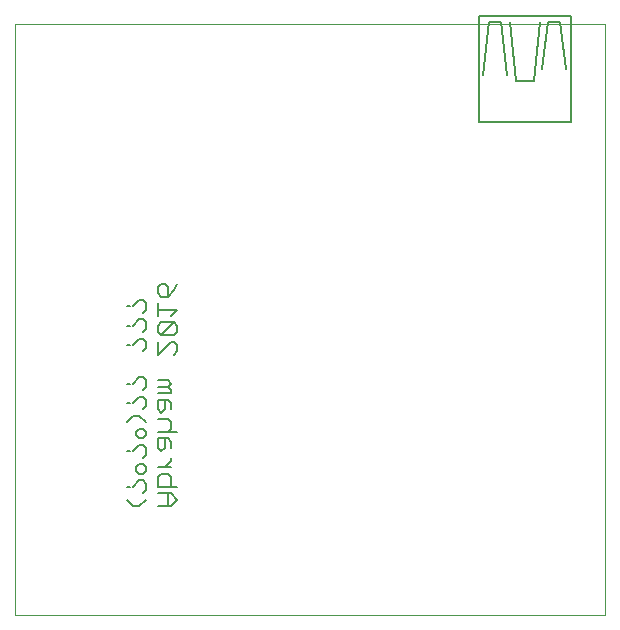
<source format=gbo>
G75*
%MOIN*%
%OFA0B0*%
%FSLAX25Y25*%
%IPPOS*%
%LPD*%
%AMOC8*
5,1,8,0,0,1.08239X$1,22.5*
%
%ADD10C,0.00000*%
%ADD11C,0.00600*%
%ADD12C,0.00500*%
D10*
X0001800Y0001800D02*
X0001800Y0198650D01*
X0198650Y0198650D01*
X0198650Y0001800D01*
X0001800Y0001800D01*
D11*
X0039100Y0040235D02*
X0041235Y0038100D01*
X0043370Y0038100D01*
X0045505Y0040235D01*
X0044438Y0042397D02*
X0045505Y0043465D01*
X0045505Y0045600D01*
X0044438Y0046667D01*
X0043370Y0046667D01*
X0041235Y0044532D01*
X0040168Y0044532D02*
X0039100Y0044532D01*
X0043370Y0048842D02*
X0044438Y0048842D01*
X0045505Y0049910D01*
X0045505Y0050978D01*
X0044438Y0052045D01*
X0043370Y0052045D01*
X0042303Y0050978D01*
X0042303Y0049910D01*
X0043370Y0048842D01*
X0044438Y0054214D02*
X0045505Y0055281D01*
X0045505Y0057416D01*
X0044438Y0058484D01*
X0043370Y0058484D01*
X0041235Y0056349D01*
X0040168Y0056349D02*
X0039100Y0056349D01*
X0043370Y0060659D02*
X0044438Y0060659D01*
X0045505Y0061727D01*
X0045505Y0062794D01*
X0044438Y0063862D01*
X0043370Y0063862D01*
X0042303Y0062794D01*
X0042303Y0061727D01*
X0043370Y0060659D01*
X0045505Y0066030D02*
X0043370Y0068166D01*
X0041235Y0068166D01*
X0039100Y0066030D01*
X0044438Y0070327D02*
X0045505Y0071395D01*
X0045505Y0073530D01*
X0044438Y0074598D01*
X0043370Y0074598D01*
X0041235Y0072463D01*
X0040168Y0072463D02*
X0039100Y0072463D01*
X0044438Y0076773D02*
X0045505Y0077841D01*
X0045505Y0079976D01*
X0044438Y0081043D01*
X0043370Y0081043D01*
X0041235Y0078908D01*
X0040168Y0078908D02*
X0039100Y0078908D01*
X0049600Y0079969D02*
X0052803Y0079969D01*
X0053870Y0078901D01*
X0052803Y0077834D01*
X0049600Y0077834D01*
X0049600Y0075699D02*
X0053870Y0075699D01*
X0053870Y0076766D01*
X0052803Y0077834D01*
X0052803Y0073524D02*
X0049600Y0073524D01*
X0049600Y0070321D01*
X0050668Y0069253D01*
X0051735Y0070321D01*
X0051735Y0073524D01*
X0052803Y0073524D02*
X0053870Y0072456D01*
X0053870Y0070321D01*
X0052803Y0067078D02*
X0049600Y0067078D01*
X0052803Y0067078D02*
X0053870Y0066010D01*
X0053870Y0063875D01*
X0052803Y0062808D01*
X0052803Y0060633D02*
X0049600Y0060633D01*
X0049600Y0057430D01*
X0050668Y0056362D01*
X0051735Y0057430D01*
X0051735Y0060633D01*
X0052803Y0060633D02*
X0053870Y0059565D01*
X0053870Y0057430D01*
X0053870Y0054194D02*
X0053870Y0053126D01*
X0051735Y0050991D01*
X0049600Y0050991D02*
X0053870Y0050991D01*
X0052803Y0048816D02*
X0053870Y0047748D01*
X0053870Y0044545D01*
X0056005Y0044545D02*
X0049600Y0044545D01*
X0049600Y0047748D01*
X0050668Y0048816D01*
X0052803Y0048816D01*
X0052803Y0042370D02*
X0052803Y0038100D01*
X0053870Y0038100D02*
X0049600Y0038100D01*
X0049600Y0042370D02*
X0053870Y0042370D01*
X0056005Y0040235D01*
X0053870Y0038100D01*
X0056005Y0062808D02*
X0049600Y0062808D01*
X0049600Y0088590D02*
X0053870Y0092860D01*
X0054938Y0092860D01*
X0056005Y0091792D01*
X0056005Y0089657D01*
X0054938Y0088590D01*
X0049600Y0088590D02*
X0049600Y0092860D01*
X0050668Y0095035D02*
X0054938Y0099306D01*
X0050668Y0099306D01*
X0049600Y0098238D01*
X0049600Y0096103D01*
X0050668Y0095035D01*
X0054938Y0095035D01*
X0056005Y0096103D01*
X0056005Y0098238D01*
X0054938Y0099306D01*
X0053870Y0101481D02*
X0056005Y0103616D01*
X0049600Y0103616D01*
X0049600Y0101481D02*
X0049600Y0105751D01*
X0050668Y0107926D02*
X0049600Y0108994D01*
X0049600Y0111129D01*
X0050668Y0112197D01*
X0051735Y0112197D01*
X0052803Y0111129D01*
X0052803Y0107926D01*
X0050668Y0107926D01*
X0052803Y0107926D02*
X0054938Y0110061D01*
X0056005Y0112197D01*
X0045505Y0105758D02*
X0045505Y0103623D01*
X0044438Y0102555D01*
X0044438Y0100380D02*
X0043370Y0100380D01*
X0041235Y0098245D01*
X0040168Y0098245D02*
X0039100Y0098245D01*
X0044438Y0100380D02*
X0045505Y0099312D01*
X0045505Y0097177D01*
X0044438Y0096109D01*
X0044438Y0093934D02*
X0043370Y0093934D01*
X0041235Y0091799D01*
X0040168Y0091799D02*
X0039100Y0091799D01*
X0044438Y0089664D02*
X0045505Y0090732D01*
X0045505Y0092867D01*
X0044438Y0093934D01*
X0041235Y0104690D02*
X0043370Y0106825D01*
X0044438Y0106825D01*
X0045505Y0105758D01*
X0040168Y0104690D02*
X0039100Y0104690D01*
D12*
X0156446Y0166131D02*
X0156446Y0201564D01*
X0187154Y0201564D01*
X0187154Y0166131D01*
X0156446Y0166131D01*
X0168847Y0179910D02*
X0166879Y0199595D01*
X0163926Y0199595D02*
X0165894Y0181879D01*
X0168847Y0179910D02*
X0174753Y0179910D01*
X0176721Y0199595D01*
X0179674Y0199595D02*
X0177706Y0183847D01*
X0185580Y0183847D02*
X0183611Y0199595D01*
X0179674Y0199595D01*
X0163926Y0199595D02*
X0159989Y0199595D01*
X0158020Y0181879D01*
M02*

</source>
